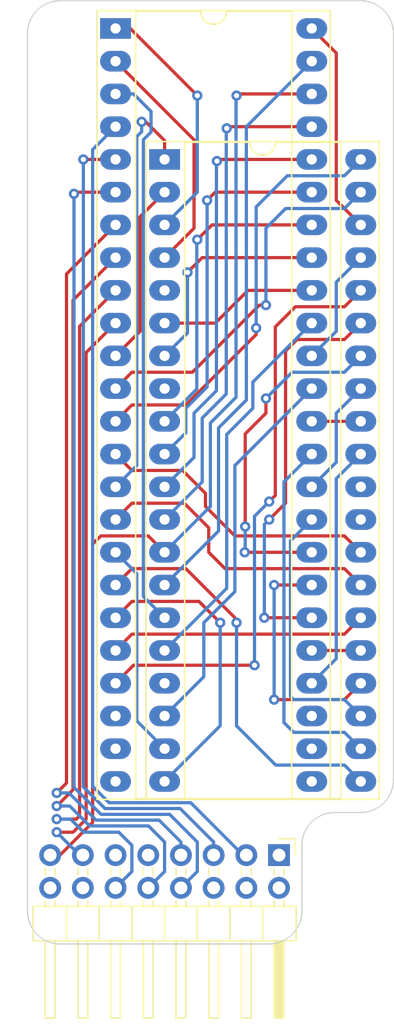
<source format=kicad_pcb>
(kicad_pcb (version 20221018) (generator pcbnew)
  (layers (0 "F.Cu" signal) (31 "B.Cu" signal) (34 "B.Paste" user) (35 "F.Paste" user) (36 "B.SilkS" user "B.Silkscreen") (37 "F.SilkS" user "F.Silkscreen") (38 "B.Mask" user) (39 "F.Mask" user) (44 "Edge.Cuts" user))
  (net 0 "")
  (net 1 "E01")
  (net 2 "E02")
  (net 3 "E03")
  (net 4 "E04")
  (net 5 "E05")
  (net 6 "E06")
  (net 7 "E07")
  (net 8 "E08")
  (net 9 "E09")
  (net 10 "E10")
  (net 11 "E11")
  (net 12 "E12")
  (net 13 "E13")
  (net 14 "E14")
  (net 15 "E15")
  (net 16 "E16")
  (net 17 "E17")
  (net 18 "E18")
  (net 19 "E19")
  (net 20 "E20")
  (net 21 "E21")
  (net 28 "E28")
  (net 29 "E29")
  (net 30 "E30")
  (net 31 "E31")
  (net 32 "E32")
  (net 33 "E33")
  (net 34 "E34")
  (net 35 "E35")
  (net 36 "E36")
  (net 37 "E37")
  (net 38 "E38")
  (net 39 "E39")
  (net 40 "E40")
  (net 41 "E41")
  (net 42 "E42")
  (net 43 "E43")
  (net 44 "E44")
  (net 45 "E45")
  (net 46 "E46")
  (net 47 "E47")
  (net 48 "E48")
  (footprint "Package_DIP:DIP-40_W15.24mm_Socket_LongPads" (layer "F.Cu") (at 147.066 70.993)
    (fp_text reference "J2")
    (fp_text value "To T48 socket")
    (fp_line (start -1.44 -1.39) (end -1.44 49.65) (stroke (width 0.12)) (layer "F.SilkS"))
    (fp_line (start -1.44 49.65) (end 16.68 49.65) (stroke (width 0.12)) (layer "F.SilkS"))
    (fp_line (start 1.56 -1.33) (end 1.56 49.59) (stroke (width 0.12)) (layer "F.SilkS"))
    (fp_line (start 1.56 49.59) (end 13.68 49.59) (stroke (width 0.12)) (layer "F.SilkS"))
    (fp_line (start 6.62 -1.33) (end 1.56 -1.33) (stroke (width 0.12)) (layer "F.SilkS"))
    (fp_line (start 13.68 -1.33) (end 8.62 -1.33) (stroke (width 0.12)) (layer "F.SilkS"))
    (fp_line (start 13.68 49.59) (end 13.68 -1.33) (stroke (width 0.12)) (layer "F.SilkS"))
    (fp_line (start 16.68 -1.39) (end -1.44 -1.39) (stroke (width 0.12)) (layer "F.SilkS"))
    (fp_line (start 16.68 49.65) (end 16.68 -1.39) (stroke (width 0.12)) (layer "F.SilkS"))
    (fp_arc (start 8.62 -1.33) (mid 7.62 -0.33) (end 6.62 -1.33) (stroke (width 0.12)) (layer "F.SilkS"))
    (pad "1" thru_hole rect (at 0 0) (size 2.4 1.6) (drill 0.8) (layers "*.Cu" "*.Mask") (net 15 "E15"))
    (pad "2" thru_hole oval (at 0 2.54) (size 2.4 1.6) (drill 0.8) (layers "*.Cu" "*.Mask") (net 11 "E11"))
    (pad "3" thru_hole oval (at 0 5.08) (size 2.4 1.6) (drill 0.8) (layers "*.Cu" "*.Mask") (net 1 "E01"))
    (pad "4" thru_hole oval (at 0 7.62) (size 2.4 1.6) (drill 0.8) (layers "*.Cu" "*.Mask") (net 2 "E02"))
    (pad "5" thru_hole oval (at 0 10.16) (size 2.4 1.6) (drill 0.8) (layers "*.Cu" "*.Mask"))
    (pad "6" thru_hole oval (at 0 12.7) (size 2.4 1.6) (drill 0.8) (layers "*.Cu" "*.Mask") (net 40 "E40"))
    (pad "7" thru_hole oval (at 0 15.24) (size 2.4 1.6) (drill 0.8) (layers "*.Cu" "*.Mask") (net 41 "E41"))
    (pad "8" thru_hole oval (at 0 17.78) (size 2.4 1.6) (drill 0.8) (layers "*.Cu" "*.Mask"))
    (pad "9" thru_hole oval (at 0 20.32) (size 2.4 1.6) (drill 0.8) (layers "*.Cu" "*.Mask") (net 42 "E42"))
    (pad "10" thru_hole oval (at 0 22.86) (size 2.4 1.6) (drill 0.8) (layers "*.Cu" "*.Mask") (net 43 "E43"))
    (pad "11" thru_hole oval (at 0 25.4) (size 2.4 1.6) (drill 0.8) (layers "*.Cu" "*.Mask") (net 44 "E44"))
    (pad "12" thru_hole oval (at 0 27.94) (size 2.4 1.6) (drill 0.8) (layers "*.Cu" "*.Mask") (net 45 "E45"))
    (pad "13" thru_hole oval (at 0 30.48) (size 2.4 1.6) (drill 0.8) (layers "*.Cu" "*.Mask") (net 46 "E46"))
    (pad "14" thru_hole oval (at 0 33.02) (size 2.4 1.6) (drill 0.8) (layers "*.Cu" "*.Mask") (net 47 "E47"))
    (pad "15" thru_hole oval (at 0 35.56) (size 2.4 1.6) (drill 0.8) (layers "*.Cu" "*.Mask") (net 3 "E03"))
    (pad "16" thru_hole oval (at 0 38.1) (size 2.4 1.6) (drill 0.8) (layers "*.Cu" "*.Mask") (net 39 "E39"))
    (pad "17" thru_hole oval (at 0 40.64) (size 2.4 1.6) (drill 0.8) (layers "*.Cu" "*.Mask"))
    (pad "18" thru_hole oval (at 0 43.18) (size 2.4 1.6) (drill 0.8) (layers "*.Cu" "*.Mask") (net 37 "E37"))
    (pad "19" thru_hole oval (at 0 45.72) (size 2.4 1.6) (drill 0.8) (layers "*.Cu" "*.Mask") (net 17 "E17"))
    (pad "20" thru_hole oval (at 0 48.26) (size 2.4 1.6) (drill 0.8) (layers "*.Cu" "*.Mask") (net 19 "E19"))
    (pad "21" thru_hole oval (at 15.24 48.26) (size 2.4 1.6) (drill 0.8) (layers "*.Cu" "*.Mask") (net 18 "E18"))
    (pad "22" thru_hole oval (at 15.24 45.72) (size 2.4 1.6) (drill 0.8) (layers "*.Cu" "*.Mask") (net 35 "E35"))
    (pad "23" thru_hole oval (at 15.24 43.18) (size 2.4 1.6) (drill 0.8) (layers "*.Cu" "*.Mask") (net 33 "E33"))
    (pad "24" thru_hole oval (at 15.24 40.64) (size 2.4 1.6) (drill 0.8) (layers "*.Cu" "*.Mask") (net 31 "E31"))
    (pad "25" thru_hole oval (at 15.24 38.1) (size 2.4 1.6) (drill 0.8) (layers "*.Cu" "*.Mask") (net 29 "E29"))
    (pad "26" thru_hole oval (at 15.24 35.56) (size 2.4 1.6) (drill 0.8) (layers "*.Cu" "*.Mask") (net 20 "E20"))
    (pad "27" thru_hole oval (at 15.24 33.02) (size 2.4 1.6) (drill 0.8) (layers "*.Cu" "*.Mask") (net 16 "E16"))
    (pad "28" thru_hole oval (at 15.24 30.48) (size 2.4 1.6) (drill 0.8) (layers "*.Cu" "*.Mask") (net 14 "E14"))
    (pad "29" thru_hole oval (at 15.24 27.94) (size 2.4 1.6) (drill 0.8) (layers "*.Cu" "*.Mask"))
    (pad "30" thru_hole oval (at 15.24 25.4) (size 2.4 1.6) (drill 0.8) (layers "*.Cu" "*.Mask"))
    (pad "31" thru_hole oval (at 15.24 22.86) (size 2.4 1.6) (drill 0.8) (layers "*.Cu" "*.Mask") (net 28 "E28"))
    (pad "32" thru_hole oval (at 15.24 20.32) (size 2.4 1.6) (drill 0.8) (layers "*.Cu" "*.Mask") (net 36 "E36"))
    (pad "33" thru_hole oval (at 15.24 17.78) (size 2.4 1.6) (drill 0.8) (layers "*.Cu" "*.Mask") (net 34 "E34"))
    (pad "34" thru_hole oval (at 15.24 15.24) (size 2.4 1.6) (drill 0.8) (layers "*.Cu" "*.Mask") (net 32 "E32"))
    (pad "35" thru_hole oval (at 15.24 12.7) (size 2.4 1.6) (drill 0.8) (layers "*.Cu" "*.Mask") (net 30 "E30"))
    (pad "36" thru_hole oval (at 15.24 10.16) (size 2.4 1.6) (drill 0.8) (layers "*.Cu" "*.Mask") (net 21 "E21"))
    (pad "37" thru_hole oval (at 15.24 7.62) (size 2.4 1.6) (drill 0.8) (layers "*.Cu" "*.Mask") (net 38 "E38"))
    (pad "38" thru_hole oval (at 15.24 5.08) (size 2.4 1.6) (drill 0.8) (layers "*.Cu" "*.Mask") (net 48 "E48"))
    (pad "39" thru_hole oval (at 15.24 2.54) (size 2.4 1.6) (drill 0.8) (layers "*.Cu" "*.Mask") (net 12 "E12"))
    (pad "40" thru_hole oval (at 15.24 0) (size 2.4 1.6) (drill 0.8) (layers "*.Cu" "*.Mask") (net 13 "E13"))
  )
  (footprint "Package_DIP:DIP-48_W15.24mm_Socket_LongPads" (layer "F.Cu") (at 143.256 60.833)
    (fp_text reference "J1")
    (fp_text value "EPROM")
    (fp_line (start -1.44 -1.39) (end -1.44 59.81) (stroke (width 0.12)) (layer "F.SilkS"))
    (fp_line (start -1.44 59.81) (end 16.68 59.81) (stroke (width 0.12)) (layer "F.SilkS"))
    (fp_line (start 1.56 -1.33) (end 1.56 59.75) (stroke (width 0.12)) (layer "F.SilkS"))
    (fp_line (start 1.56 59.75) (end 13.68 59.75) (stroke (width 0.12)) (layer "F.SilkS"))
    (fp_line (start 6.62 -1.33) (end 1.56 -1.33) (stroke (width 0.12)) (layer "F.SilkS"))
    (fp_line (start 13.68 -1.33) (end 8.62 -1.33) (stroke (width 0.12)) (layer "F.SilkS"))
    (fp_line (start 13.68 59.75) (end 13.68 -1.33) (stroke (width 0.12)) (layer "F.SilkS"))
    (fp_line (start 16.68 -1.39) (end -1.44 -1.39) (stroke (width 0.12)) (layer "F.SilkS"))
    (fp_line (start 16.68 59.81) (end 16.68 -1.39) (stroke (width 0.12)) (layer "F.SilkS"))
    (fp_arc (start 8.62 -1.33) (mid 7.62 -0.33) (end 6.62 -1.33) (stroke (width 0.12)) (layer "F.SilkS"))
    (pad "1" thru_hole rect (at 0 0) (size 2.4 1.6) (drill 0.8) (layers "*.Cu" "*.Mask") (net 1 "E01"))
    (pad "2" thru_hole oval (at 0 2.54) (size 2.4 1.6) (drill 0.8) (layers "*.Cu" "*.Mask") (net 2 "E02"))
    (pad "3" thru_hole oval (at 0 5.08) (size 2.4 1.6) (drill 0.8) (layers "*.Cu" "*.Mask") (net 3 "E03"))
    (pad "4" thru_hole oval (at 0 7.62) (size 2.4 1.6) (drill 0.8) (layers "*.Cu" "*.Mask") (net 4 "E04"))
    (pad "5" thru_hole oval (at 0 10.16) (size 2.4 1.6) (drill 0.8) (layers "*.Cu" "*.Mask") (net 5 "E05"))
    (pad "6" thru_hole oval (at 0 12.7) (size 2.4 1.6) (drill 0.8) (layers "*.Cu" "*.Mask") (net 6 "E06"))
    (pad "7" thru_hole oval (at 0 15.24) (size 2.4 1.6) (drill 0.8) (layers "*.Cu" "*.Mask") (net 7 "E07"))
    (pad "8" thru_hole oval (at 0 17.78) (size 2.4 1.6) (drill 0.8) (layers "*.Cu" "*.Mask") (net 8 "E08"))
    (pad "9" thru_hole oval (at 0 20.32) (size 2.4 1.6) (drill 0.8) (layers "*.Cu" "*.Mask") (net 9 "E09"))
    (pad "10" thru_hole oval (at 0 22.86) (size 2.4 1.6) (drill 0.8) (layers "*.Cu" "*.Mask") (net 10 "E10"))
    (pad "11" thru_hole oval (at 0 25.4) (size 2.4 1.6) (drill 0.8) (layers "*.Cu" "*.Mask") (net 11 "E11"))
    (pad "12" thru_hole oval (at 0 27.94) (size 2.4 1.6) (drill 0.8) (layers "*.Cu" "*.Mask") (net 12 "E12"))
    (pad "13" thru_hole oval (at 0 30.48) (size 2.4 1.6) (drill 0.8) (layers "*.Cu" "*.Mask") (net 13 "E13"))
    (pad "14" thru_hole oval (at 0 33.02) (size 2.4 1.6) (drill 0.8) (layers "*.Cu" "*.Mask") (net 14 "E14"))
    (pad "15" thru_hole oval (at 0 35.56) (size 2.4 1.6) (drill 0.8) (layers "*.Cu" "*.Mask") (net 15 "E15"))
    (pad "16" thru_hole oval (at 0 38.1) (size 2.4 1.6) (drill 0.8) (layers "*.Cu" "*.Mask") (net 16 "E16"))
    (pad "17" thru_hole oval (at 0 40.64) (size 2.4 1.6) (drill 0.8) (layers "*.Cu" "*.Mask") (net 17 "E17"))
    (pad "18" thru_hole oval (at 0 43.18) (size 2.4 1.6) (drill 0.8) (layers "*.Cu" "*.Mask") (net 18 "E18"))
    (pad "19" thru_hole oval (at 0 45.72) (size 2.4 1.6) (drill 0.8) (layers "*.Cu" "*.Mask") (net 19 "E19"))
    (pad "20" thru_hole oval (at 0 48.26) (size 2.4 1.6) (drill 0.8) (layers "*.Cu" "*.Mask") (net 20 "E20"))
    (pad "21" thru_hole oval (at 0 50.8) (size 2.4 1.6) (drill 0.8) (layers "*.Cu" "*.Mask") (net 21 "E21"))
    (pad "22" thru_hole oval (at 0 53.34) (size 2.4 1.6) (drill 0.8) (layers "*.Cu" "*.Mask"))
    (pad "23" thru_hole oval (at 0 55.88) (size 2.4 1.6) (drill 0.8) (layers "*.Cu" "*.Mask"))
    (pad "24" thru_hole oval (at 0 58.42) (size 2.4 1.6) (drill 0.8) (layers "*.Cu" "*.Mask"))
    (pad "25" thru_hole oval (at 15.24 58.42) (size 2.4 1.6) (drill 0.8) (layers "*.Cu" "*.Mask"))
    (pad "26" thru_hole oval (at 15.24 55.88) (size 2.4 1.6) (drill 0.8) (layers "*.Cu" "*.Mask"))
    (pad "27" thru_hole oval (at 15.24 53.34) (size 2.4 1.6) (drill 0.8) (layers "*.Cu" "*.Mask"))
    (pad "28" thru_hole oval (at 15.24 50.8) (size 2.4 1.6) (drill 0.8) (layers "*.Cu" "*.Mask") (net 28 "E28"))
    (pad "29" thru_hole oval (at 15.24 48.26) (size 2.4 1.6) (drill 0.8) (layers "*.Cu" "*.Mask") (net 29 "E29"))
    (pad "30" thru_hole oval (at 15.24 45.72) (size 2.4 1.6) (drill 0.8) (layers "*.Cu" "*.Mask") (net 30 "E30"))
    (pad "31" thru_hole oval (at 15.24 43.18) (size 2.4 1.6) (drill 0.8) (layers "*.Cu" "*.Mask") (net 31 "E31"))
    (pad "32" thru_hole oval (at 15.24 40.64) (size 2.4 1.6) (drill 0.8) (layers "*.Cu" "*.Mask") (net 32 "E32"))
    (pad "33" thru_hole oval (at 15.24 38.1) (size 2.4 1.6) (drill 0.8) (layers "*.Cu" "*.Mask") (net 33 "E33"))
    (pad "34" thru_hole oval (at 15.24 35.56) (size 2.4 1.6) (drill 0.8) (layers "*.Cu" "*.Mask") (net 34 "E34"))
    (pad "35" thru_hole oval (at 15.24 33.02) (size 2.4 1.6) (drill 0.8) (layers "*.Cu" "*.Mask") (net 35 "E35"))
    (pad "36" thru_hole oval (at 15.24 30.48) (size 2.4 1.6) (drill 0.8) (layers "*.Cu" "*.Mask") (net 36 "E36"))
    (pad "37" thru_hole oval (at 15.24 27.94) (size 2.4 1.6) (drill 0.8) (layers "*.Cu" "*.Mask") (net 37 "E37"))
    (pad "38" thru_hole oval (at 15.24 25.4) (size 2.4 1.6) (drill 0.8) (layers "*.Cu" "*.Mask") (net 38 "E38"))
    (pad "39" thru_hole oval (at 15.24 22.86) (size 2.4 1.6) (drill 0.8) (layers "*.Cu" "*.Mask") (net 39 "E39"))
    (pad "40" thru_hole oval (at 15.24 20.32) (size 2.4 1.6) (drill 0.8) (layers "*.Cu" "*.Mask") (net 40 "E40"))
    (pad "41" thru_hole oval (at 15.24 17.78) (size 2.4 1.6) (drill 0.8) (layers "*.Cu" "*.Mask") (net 41 "E41"))
    (pad "42" thru_hole oval (at 15.24 15.24) (size 2.4 1.6) (drill 0.8) (layers "*.Cu" "*.Mask") (net 42 "E42"))
    (pad "43" thru_hole oval (at 15.24 12.7) (size 2.4 1.6) (drill 0.8) (layers "*.Cu" "*.Mask") (net 43 "E43"))
    (pad "44" thru_hole oval (at 15.24 10.16) (size 2.4 1.6) (drill 0.8) (layers "*.Cu" "*.Mask") (net 44 "E44"))
    (pad "45" thru_hole oval (at 15.24 7.62) (size 2.4 1.6) (drill 0.8) (layers "*.Cu" "*.Mask") (net 45 "E45"))
    (pad "46" thru_hole oval (at 15.24 5.08) (size 2.4 1.6) (drill 0.8) (layers "*.Cu" "*.Mask") (net 46 "E46"))
    (pad "47" thru_hole oval (at 15.24 2.54) (size 2.4 1.6) (drill 0.8) (layers "*.Cu" "*.Mask") (net 47 "E47"))
    (pad "48" thru_hole oval (at 15.24 0) (size 2.4 1.6) (drill 0.8) (layers "*.Cu" "*.Mask") (net 48 "E48"))
  )
  (footprint "Connector_PinHeader_2.54mm:PinHeader_2x08_P2.54mm_Horizontal" (layer "F.Cu") (at 155.956 124.968 -90)
    (fp_text reference "J3")
    (fp_text value "To T48 ribbon")
    (fp_line (start -1.27 -1.27) (end 0 -1.27) (stroke (width 0.12)) (layer "F.SilkS"))
    (fp_line (start -1.27 0) (end -1.27 -1.27) (stroke (width 0.12)) (layer "F.SilkS"))
    (fp_line (start 1.042929 2.16) (end 1.497071 2.16) (stroke (width 0.12)) (layer "F.SilkS"))
    (fp_line (start 1.042929 2.92) (end 1.497071 2.92) (stroke (width 0.12)) (layer "F.SilkS"))
    (fp_line (start 1.042929 4.7) (end 1.497071 4.7) (stroke (width 0.12)) (layer "F.SilkS"))
    (fp_line (start 1.042929 5.46) (end 1.497071 5.46) (stroke (width 0.12)) (layer "F.SilkS"))
    (fp_line (start 1.042929 7.24) (end 1.497071 7.24) (stroke (width 0.12)) (layer "F.SilkS"))
    (fp_line (start 1.042929 8) (end 1.497071 8) (stroke (width 0.12)) (layer "F.SilkS"))
    (fp_line (start 1.042929 9.78) (end 1.497071 9.78) (stroke (width 0.12)) (layer "F.SilkS"))
    (fp_line (start 1.042929 10.54) (end 1.497071 10.54) (stroke (width 0.12)) (layer "F.SilkS"))
    (fp_line (start 1.042929 12.32) (end 1.497071 12.32) (stroke (width 0.12)) (layer "F.SilkS"))
    (fp_line (start 1.042929 13.08) (end 1.497071 13.08) (stroke (width 0.12)) (layer "F.SilkS"))
    (fp_line (start 1.042929 14.86) (end 1.497071 14.86) (stroke (width 0.12)) (layer "F.SilkS"))
    (fp_line (start 1.042929 15.62) (end 1.497071 15.62) (stroke (width 0.12)) (layer "F.SilkS"))
    (fp_line (start 1.042929 17.4) (end 1.497071 17.4) (stroke (width 0.12)) (layer "F.SilkS"))
    (fp_line (start 1.042929 18.16) (end 1.497071 18.16) (stroke (width 0.12)) (layer "F.SilkS"))
    (fp_line (start 1.11 -0.38) (end 1.497071 -0.38) (stroke (width 0.12)) (layer "F.SilkS"))
    (fp_line (start 1.11 0.38) (end 1.497071 0.38) (stroke (width 0.12)) (layer "F.SilkS"))
    (fp_line (start 3.582929 -0.38) (end 3.98 -0.38) (stroke (width 0.12)) (layer "F.SilkS"))
    (fp_line (start 3.582929 0.38) (end 3.98 0.38) (stroke (width 0.12)) (layer "F.SilkS"))
    (fp_line (start 3.582929 2.16) (end 3.98 2.16) (stroke (width 0.12)) (layer "F.SilkS"))
    (fp_line (start 3.582929 2.92) (end 3.98 2.92) (stroke (width 0.12)) (layer "F.SilkS"))
    (fp_line (start 3.582929 4.7) (end 3.98 4.7) (stroke (width 0.12)) (layer "F.SilkS"))
    (fp_line (start 3.582929 5.46) (end 3.98 5.46) (stroke (width 0.12)) (layer "F.SilkS"))
    (fp_line (start 3.582929 7.24) (end 3.98 7.24) (stroke (width 0.12)) (layer "F.SilkS"))
    (fp_line (start 3.582929 8) (end 3.98 8) (stroke (width 0.12)) (layer "F.SilkS"))
    (fp_line (start 3.582929 9.78) (end 3.98 9.78) (stroke (width 0.12)) (layer "F.SilkS"))
    (fp_line (start 3.582929 10.54) (end 3.98 10.54) (stroke (width 0.12)) (layer "F.SilkS"))
    (fp_line (start 3.582929 12.32) (end 3.98 12.32) (stroke (width 0.12)) (layer "F.SilkS"))
    (fp_line (start 3.582929 13.08) (end 3.98 13.08) (stroke (width 0.12)) (layer "F.SilkS"))
    (fp_line (start 3.582929 14.86) (end 3.98 14.86) (stroke (width 0.12)) (layer "F.SilkS"))
    (fp_line (start 3.582929 15.62) (end 3.98 15.62) (stroke (width 0.12)) (layer "F.SilkS"))
    (fp_line (start 3.582929 17.4) (end 3.98 17.4) (stroke (width 0.12)) (layer "F.SilkS"))
    (fp_line (start 3.582929 18.16) (end 3.98 18.16) (stroke (width 0.12)) (layer "F.SilkS"))
    (fp_line (start 3.98 -1.33) (end 3.98 19.11) (stroke (width 0.12)) (layer "F.SilkS"))
    (fp_line (start 3.98 1.27) (end 6.64 1.27) (stroke (width 0.12)) (layer "F.SilkS"))
    (fp_line (start 3.98 3.81) (end 6.64 3.81) (stroke (width 0.12)) (layer "F.SilkS"))
    (fp_line (start 3.98 6.35) (end 6.64 6.35) (stroke (width 0.12)) (layer "F.SilkS"))
    (fp_line (start 3.98 8.89) (end 6.64 8.89) (stroke (width 0.12)) (layer "F.SilkS"))
    (fp_line (start 3.98 11.43) (end 6.64 11.43) (stroke (width 0.12)) (layer "F.SilkS"))
    (fp_line (start 3.98 13.97) (end 6.64 13.97) (stroke (width 0.12)) (layer "F.SilkS"))
    (fp_line (start 3.98 16.51) (end 6.64 16.51) (stroke (width 0.12)) (layer "F.SilkS"))
    (fp_line (start 3.98 19.11) (end 6.64 19.11) (stroke (width 0.12)) (layer "F.SilkS"))
    (fp_line (start 6.64 -1.33) (end 3.98 -1.33) (stroke (width 0.12)) (layer "F.SilkS"))
    (fp_line (start 6.64 -0.38) (end 12.64 -0.38) (stroke (width 0.12)) (layer "F.SilkS"))
    (fp_line (start 6.64 -0.32) (end 12.64 -0.32) (stroke (width 0.12)) (layer "F.SilkS"))
    (fp_line (start 6.64 -0.2) (end 12.64 -0.2) (stroke (width 0.12)) (layer "F.SilkS"))
    (fp_line (start 6.64 -0.08) (end 12.64 -0.08) (stroke (width 0.12)) (layer "F.SilkS"))
    (fp_line (start 6.64 0.04) (end 12.64 0.04) (stroke (width 0.12)) (layer "F.SilkS"))
    (fp_line (start 6.64 0.16) (end 12.64 0.16) (stroke (width 0.12)) (layer "F.SilkS"))
    (fp_line (start 6.64 0.28) (end 12.64 0.28) (stroke (width 0.12)) (layer "F.SilkS"))
    (fp_line (start 6.64 2.16) (end 12.64 2.16) (stroke (width 0.12)) (layer "F.SilkS"))
    (fp_line (start 6.64 4.7) (end 12.64 4.7) (stroke (width 0.12)) (layer "F.SilkS"))
    (fp_line (start 6.64 7.24) (end 12.64 7.24) (stroke (width 0.12)) (layer "F.SilkS"))
    (fp_line (start 6.64 9.78) (end 12.64 9.78) (stroke (width 0.12)) (layer "F.SilkS"))
    (fp_line (start 6.64 12.32) (end 12.64 12.32) (stroke (width 0.12)) (layer "F.SilkS"))
    (fp_line (start 6.64 14.86) (end 12.64 14.86) (stroke (width 0.12)) (layer "F.SilkS"))
    (fp_line (start 6.64 17.4) (end 12.64 17.4) (stroke (width 0.12)) (layer "F.SilkS"))
    (fp_line (start 6.64 19.11) (end 6.64 -1.33) (stroke (width 0.12)) (layer "F.SilkS"))
    (fp_line (start 12.64 -0.38) (end 12.64 0.38) (stroke (width 0.12)) (layer "F.SilkS"))
    (fp_line (start 12.64 0.38) (end 6.64 0.38) (stroke (width 0.12)) (layer "F.SilkS"))
    (fp_line (start 12.64 2.16) (end 12.64 2.92) (stroke (width 0.12)) (layer "F.SilkS"))
    (fp_line (start 12.64 2.92) (end 6.64 2.92) (stroke (width 0.12)) (layer "F.SilkS"))
    (fp_line (start 12.64 4.7) (end 12.64 5.46) (stroke (width 0.12)) (layer "F.SilkS"))
    (fp_line (start 12.64 5.46) (end 6.64 5.46) (stroke (width 0.12)) (layer "F.SilkS"))
    (fp_line (start 12.64 7.24) (end 12.64 8) (stroke (width 0.12)) (layer "F.SilkS"))
    (fp_line (start 12.64 8) (end 6.64 8) (stroke (width 0.12)) (layer "F.SilkS"))
    (fp_line (start 12.64 9.78) (end 12.64 10.54) (stroke (width 0.12)) (layer "F.SilkS"))
    (fp_line (start 12.64 10.54) (end 6.64 10.54) (stroke (width 0.12)) (layer "F.SilkS"))
    (fp_line (start 12.64 12.32) (end 12.64 13.08) (stroke (width 0.12)) (layer "F.SilkS"))
    (fp_line (start 12.64 13.08) (end 6.64 13.08) (stroke (width 0.12)) (layer "F.SilkS"))
    (fp_line (start 12.64 14.86) (end 12.64 15.62) (stroke (width 0.12)) (layer "F.SilkS"))
    (fp_line (start 12.64 15.62) (end 6.64 15.62) (stroke (width 0.12)) (layer "F.SilkS"))
    (fp_line (start 12.64 17.4) (end 12.64 18.16) (stroke (width 0.12)) (layer "F.SilkS"))
    (fp_line (start 12.64 18.16) (end 6.64 18.16) (stroke (width 0.12)) (layer "F.SilkS"))
    (pad "1" thru_hole rect (at 0 0 270) (size 1.7 1.7) (drill 1) (layers "*.Cu" "*.Mask"))
    (pad "2" thru_hole oval (at 2.54 0 270) (size 1.7 1.7) (drill 1) (layers "*.Cu" "*.Mask"))
    (pad "3" thru_hole oval (at 0 2.54 270) (size 1.7 1.7) (drill 1) (layers "*.Cu" "*.Mask") (net 4 "E04"))
    (pad "4" thru_hole oval (at 2.54 2.54 270) (size 1.7 1.7) (drill 1) (layers "*.Cu" "*.Mask"))
    (pad "5" thru_hole oval (at 0 5.08 270) (size 1.7 1.7) (drill 1) (layers "*.Cu" "*.Mask") (net 5 "E05"))
    (pad "6" thru_hole oval (at 2.54 5.08 270) (size 1.7 1.7) (drill 1) (layers "*.Cu" "*.Mask"))
    (pad "7" thru_hole oval (at 0 7.62 270) (size 1.7 1.7) (drill 1) (layers "*.Cu" "*.Mask") (net 7 "E07"))
    (pad "8" thru_hole oval (at 2.54 7.62 270) (size 1.7 1.7) (drill 1) (layers "*.Cu" "*.Mask") (net 6 "E06"))
    (pad "9" thru_hole oval (at 0 10.16 270) (size 1.7 1.7) (drill 1) (layers "*.Cu" "*.Mask"))
    (pad "10" thru_hole oval (at 2.54 10.16 270) (size 1.7 1.7) (drill 1) (layers "*.Cu" "*.Mask") (net 8 "E08"))
    (pad "11" thru_hole oval (at 0 12.7 270) (size 1.7 1.7) (drill 1) (layers "*.Cu" "*.Mask"))
    (pad "12" thru_hole oval (at 2.54 12.7 270) (size 1.7 1.7) (drill 1) (layers "*.Cu" "*.Mask") (net 9 "E09"))
    (pad "13" thru_hole oval (at 0 15.24 270) (size 1.7 1.7) (drill 1) (layers "*.Cu" "*.Mask") (net 10 "E10"))
    (pad "14" thru_hole oval (at 2.54 15.24 270) (size 1.7 1.7) (drill 1) (layers "*.Cu" "*.Mask"))
    (pad "15" thru_hole oval (at 0 17.78 270) (size 1.7 1.7) (drill 1) (layers "*.Cu" "*.Mask") (net 46 "E46"))
    (pad "16" thru_hole oval (at 2.54 17.78 270) (size 1.7 1.7) (drill 1) (layers "*.Cu" "*.Mask"))
  )
  (gr_line (start 138.974104 58.674) (end 162.275184 58.674) (stroke (width 0.1)) (layer "Edge.Cuts"))
  (gr_arc (start 138.956052 131.8621) (mid 137.160001 131.118151) (end 136.416052 129.3221) (stroke (width 0.1)) (layer "Edge.Cuts"))
  (gr_arc (start 157.734002 124.206) (mid 158.477951 122.409949) (end 160.274002 121.666) (stroke (width 0.1)) (layer "Edge.Cuts"))
  (gr_arc (start 157.734 129.286) (mid 156.979477 131.107578) (end 155.157898 131.8621) (stroke (width 0.1)) (layer "Edge.Cuts"))
  (gr_arc (start 164.846 119.107948) (mid 164.096764 120.916764) (end 162.287948 121.666) (stroke (width 0.1)) (layer "Edge.Cuts"))
  (gr_line (start 155.157898 131.8621) (end 138.956052 131.8621) (stroke (width 0.1)) (layer "Edge.Cuts"))
  (gr_line (start 136.416052 129.3221) (end 136.416052 61.232052) (stroke (width 0.1)) (layer "Edge.Cuts"))
  (gr_arc (start 136.416052 61.232052) (mid 137.165288 59.423236) (end 138.974104 58.674) (stroke (width 0.1)) (layer "Edge.Cuts"))
  (gr_line (start 157.734002 124.206) (end 157.734002 129.286) (stroke (width 0.1)) (layer "Edge.Cuts"))
  (gr_arc (start 162.275184 58.674) (mid 164.093025 59.426975) (end 164.846 61.244816) (stroke (width 0.1)) (layer "Edge.Cuts"))
  (gr_line (start 162.287948 121.666) (end 160.274002 121.666) (stroke (width 0.1)) (layer "Edge.Cuts"))
  (gr_line (start 164.846 61.244816) (end 164.846 119.107948) (stroke (width 0.1)) (layer "Edge.Cuts"))
  (segment (start 143.256 60.833) (end 144.399 60.833) (width 0.25) (layer "F.Cu") (net 1))
  (segment (start 144.399 60.833) (end 149.606 66.04) (width 0.25) (layer "F.Cu") (net 1))
  (via (at 149.606 66.04) (size 0.8) (drill 0.4) (layers "F.Cu" "B.Cu") (net 1))
  (segment (start 149.606 73.533) (end 147.066 76.073) (width 0.25) (layer "B.Cu") (net 1))
  (segment (start 149.606 66.04) (end 149.606 73.533) (width 0.25) (layer "B.Cu") (net 1))
  (segment (start 149.352 69.469) (end 149.352 76.327) (width 0.25) (layer "F.Cu") (net 2))
  (segment (start 143.256 63.373) (end 149.352 69.469) (width 0.25) (layer "F.Cu") (net 2))
  (segment (start 149.352 76.327) (end 147.066 78.613) (width 0.25) (layer "F.Cu") (net 2))
  (segment (start 146.013 68.871) (end 146.013 67.268347) (width 0.25) (layer "B.Cu") (net 3))
  (segment (start 146.013 67.268347) (end 144.657653 65.913) (width 0.25) (layer "B.Cu") (net 3))
  (segment (start 147.066 106.553) (end 145.415 104.902) (width 0.25) (layer "B.Cu") (net 3))
  (segment (start 145.415 104.902) (end 145.415 69.469) (width 0.25) (layer "B.Cu") (net 3))
  (segment (start 145.415 69.469) (end 146.013 68.871) (width 0.25) (layer "B.Cu") (net 3))
  (segment (start 144.657653 65.913) (end 143.256 65.913) (width 0.25) (layer "B.Cu") (net 3))
  (segment (start 142.875 68.834) (end 143.256 68.453) (width 0.25) (layer "F.Cu") (net 4))
  (segment (start 142.24 68.834) (end 142.875 68.834) (width 0.25) (layer "F.Cu") (net 4))
  (segment (start 143.256 68.453) (end 141.478 70.231) (width 0.25) (layer "B.Cu") (net 4))
  (segment (start 142.748 120.904) (end 149.098 120.904) (width 0.25) (layer "B.Cu") (net 4))
  (segment (start 153.162 124.968) (end 153.416 124.968) (width 0.25) (layer "B.Cu") (net 4))
  (segment (start 141.478 119.634) (end 142.748 120.904) (width 0.25) (layer "B.Cu") (net 4))
  (segment (start 149.098 120.904) (end 153.162 124.968) (width 0.25) (layer "B.Cu") (net 4))
  (segment (start 141.478 70.231) (end 141.478 119.634) (width 0.25) (layer "B.Cu") (net 4))
  (segment (start 140.7535 70.993) (end 143.256 70.993) (width 0.25) (layer "F.Cu") (net 5))
  (via (at 140.7535 70.993) (size 0.8) (drill 0.4) (layers "F.Cu" "B.Cu") (net 5))
  (segment (start 140.7535 70.993) (end 140.7535 119.6715) (width 0.25) (layer "B.Cu") (net 5))
  (segment (start 150.876 123.952) (end 150.876 124.968) (width 0.25) (layer "B.Cu") (net 5))
  (segment (start 140.7535 119.6715) (end 142.436 121.354) (width 0.25) (layer "B.Cu") (net 5))
  (segment (start 148.278 121.354) (end 150.876 123.952) (width 0.25) (layer "B.Cu") (net 5))
  (segment (start 142.436 121.354) (end 148.278 121.354) (width 0.25) (layer "B.Cu") (net 5))
  (segment (start 140.029 73.66) (end 140.156 73.533) (width 0.25) (layer "F.Cu") (net 6))
  (segment (start 140.156 73.533) (end 143.256 73.533) (width 0.25) (layer "F.Cu") (net 6))
  (via (at 140.029 73.66) (size 0.8) (drill 0.4) (layers "F.Cu" "B.Cu") (net 6))
  (segment (start 140.029 119.709) (end 142.124 121.804) (width 0.25) (layer "B.Cu") (net 6))
  (segment (start 149.606 123.952) (end 149.606 126.238) (width 0.25) (layer "B.Cu") (net 6))
  (segment (start 140.029 73.66) (end 140.029 119.709) (width 0.25) (layer "B.Cu") (net 6))
  (segment (start 149.606 126.238) (end 148.336 127.508) (width 0.25) (layer "B.Cu") (net 6))
  (segment (start 147.458 121.804) (end 149.606 123.952) (width 0.25) (layer "B.Cu") (net 6))
  (segment (start 142.124 121.804) (end 147.458 121.804) (width 0.25) (layer "B.Cu") (net 6))
  (segment (start 138.684 120.142) (end 139.446 119.38) (width 0.25) (layer "F.Cu") (net 7))
  (segment (start 139.446 79.883) (end 143.256 76.073) (width 0.25) (layer "F.Cu") (net 7))
  (segment (start 139.446 119.38) (end 139.446 79.883) (width 0.25) (layer "F.Cu") (net 7))
  (via (at 138.684 120.142) (size 0.8) (drill 0.4) (layers "F.Cu" "B.Cu") (net 7))
  (segment (start 138.684 120.142) (end 139.635802 120.142) (width 0.25) (layer "B.Cu") (net 7))
  (segment (start 146.638 122.254) (end 148.336 123.952) (width 0.25) (layer "B.Cu") (net 7))
  (segment (start 148.336 123.952) (end 148.336 124.968) (width 0.25) (layer "B.Cu") (net 7))
  (segment (start 141.747802 122.254) (end 146.638 122.254) (width 0.25) (layer "B.Cu") (net 7))
  (segment (start 139.635802 120.142) (end 141.747802 122.254) (width 0.25) (layer "B.Cu") (net 7))
  (segment (start 138.684 121.158) (end 138.693305 121.158) (width 0.25) (layer "F.Cu") (net 8))
  (segment (start 138.693305 121.158) (end 139.954 119.897305) (width 0.25) (layer "F.Cu") (net 8))
  (segment (start 139.954 81.915) (end 143.256 78.613) (width 0.25) (layer "F.Cu") (net 8))
  (segment (start 139.954 119.897305) (end 139.954 81.915) (width 0.25) (layer "F.Cu") (net 8))
  (via (at 138.684 121.158) (size 0.8) (drill 0.4) (layers "F.Cu" "B.Cu") (net 8))
  (segment (start 138.684 121.158) (end 139.7 121.158) (width 0.25) (layer "B.Cu") (net 8))
  (segment (start 147.066 123.952) (end 147.066 126.238) (width 0.25) (layer "B.Cu") (net 8))
  (segment (start 145.818 122.704) (end 147.066 123.952) (width 0.25) (layer "B.Cu") (net 8))
  (segment (start 147.066 126.238) (end 145.796 127.508) (width 0.25) (layer "B.Cu") (net 8))
  (segment (start 141.246 122.704) (end 145.818 122.704) (width 0.25) (layer "B.Cu") (net 8))
  (segment (start 139.7 121.158) (end 141.246 122.704) (width 0.25) (layer "B.Cu") (net 8))
  (segment (start 140.462 83.947) (end 143.256 81.153) (width 0.25) (layer "F.Cu") (net 9))
  (segment (start 140.462 121.92) (end 140.462 83.947) (width 0.25) (layer "F.Cu") (net 9))
  (segment (start 138.684 122.174) (end 140.208 122.174) (width 0.25) (layer "F.Cu") (net 9))
  (segment (start 140.208 122.174) (end 140.462 121.92) (width 0.25) (layer "F.Cu") (net 9))
  (via (at 138.684 122.174) (size 0.8) (drill 0.4) (layers "F.Cu" "B.Cu") (net 9))
  (segment (start 144.526 124.206) (end 144.526 126.238) (width 0.25) (layer "B.Cu") (net 9))
  (segment (start 138.684 122.174) (end 139.7635 122.174) (width 0.25) (layer "B.Cu") (net 9))
  (segment (start 143.51 123.19) (end 144.526 124.206) (width 0.25) (layer "B.Cu") (net 9))
  (segment (start 139.7635 122.174) (end 140.7795 123.19) (width 0.25) (layer "B.Cu") (net 9))
  (segment (start 140.7795 123.19) (end 143.51 123.19) (width 0.25) (layer "B.Cu") (net 9))
  (segment (start 144.526 126.238) (end 143.256 127.508) (width 0.25) (layer "B.Cu") (net 9))
  (segment (start 138.684 123.19) (end 139.954 123.19) (width 0.25) (layer "F.Cu") (net 10))
  (segment (start 140.97 122.174) (end 140.97 85.979) (width 0.25) (layer "F.Cu") (net 10))
  (segment (start 139.954 123.19) (end 140.97 122.174) (width 0.25) (layer "F.Cu") (net 10))
  (segment (start 140.97 85.979) (end 143.256 83.693) (width 0.25) (layer "F.Cu") (net 10))
  (via (at 138.684 123.19) (size 0.8) (drill 0.4) (layers "F.Cu" "B.Cu") (net 10))
  (segment (start 138.684 123.19) (end 140.462 124.968) (width 0.25) (layer "B.Cu") (net 10))
  (segment (start 140.462 124.968) (end 140.716 124.968) (width 0.25) (layer "B.Cu") (net 10))
  (segment (start 143.256 86.233) (end 145.161 84.328) (width 0.25) (layer "F.Cu") (net 11))
  (segment (start 145.161 75.438) (end 147.066 73.533) (width 0.25) (layer "F.Cu") (net 11))
  (segment (start 145.161 84.328) (end 145.161 75.438) (width 0.25) (layer "F.Cu") (net 11))
  (segment (start 144.526 87.503) (end 143.256 88.773) (width 0.25) (layer "F.Cu") (net 12))
  (segment (start 154.94 82.296) (end 154.432 82.296) (width 0.25) (layer "F.Cu") (net 12))
  (segment (start 149.225 87.503) (end 144.526 87.503) (width 0.25) (layer "F.Cu") (net 12))
  (segment (start 154.432 82.296) (end 149.225 87.503) (width 0.25) (layer "F.Cu") (net 12))
  (via (at 154.94 82.296) (size 0.8) (drill 0.4) (layers "F.Cu" "B.Cu") (net 12))
  (segment (start 154.94 82.296) (end 154.94 76.327) (width 0.25) (layer "B.Cu") (net 12))
  (segment (start 156.464 74.803) (end 161.036 74.803) (width 0.25) (layer "B.Cu") (net 12))
  (segment (start 161.036 74.803) (end 162.306 73.533) (width 0.25) (layer "B.Cu") (net 12))
  (segment (start 154.94 76.327) (end 156.464 74.803) (width 0.25) (layer "B.Cu") (net 12))
  (segment (start 144.526 90.043) (end 143.256 91.313) (width 0.25) (layer "F.Cu") (net 13))
  (segment (start 154.178 84.074) (end 154.178 84.582) (width 0.25) (layer "F.Cu") (net 13))
  (segment (start 154.178 84.582) (end 148.717 90.043) (width 0.25) (layer "F.Cu") (net 13))
  (segment (start 148.717 90.043) (end 144.526 90.043) (width 0.25) (layer "F.Cu") (net 13))
  (via (at 154.178 84.074) (size 0.8) (drill 0.4) (layers "F.Cu" "B.Cu") (net 13))
  (segment (start 156.591 72.263) (end 161.036 72.263) (width 0.25) (layer "B.Cu") (net 13))
  (segment (start 154.178 74.676) (end 156.591 72.263) (width 0.25) (layer "B.Cu") (net 13))
  (segment (start 154.178 84.074) (end 154.178 74.676) (width 0.25) (layer "B.Cu") (net 13))
  (segment (start 161.036 72.263) (end 162.306 70.993) (width 0.25) (layer "B.Cu") (net 13))
  (segment (start 162.306 101.473) (end 161.036 100.203) (width 0.25) (layer "F.Cu") (net 14))
  (segment (start 161.036 100.203) (end 152.527 100.203) (width 0.25) (layer "F.Cu") (net 14))
  (segment (start 152.527 100.203) (end 150.241 97.917) (width 0.25) (layer "F.Cu") (net 14))
  (segment (start 150.241 97.917) (end 150.241 96.901) (width 0.25) (layer "F.Cu") (net 14))
  (segment (start 150.241 96.901) (end 148.463 95.123) (width 0.25) (layer "F.Cu") (net 14))
  (segment (start 144.526 95.123) (end 143.256 93.853) (width 0.25) (layer "F.Cu") (net 14))
  (segment (start 148.463 95.123) (end 144.526 95.123) (width 0.25) (layer "F.Cu") (net 14))
  (segment (start 147.066 69.5325) (end 145.6055 68.072) (width 0.25) (layer "F.Cu") (net 15))
  (segment (start 145.6055 68.072) (end 145.288 68.072) (width 0.25) (layer "F.Cu") (net 15))
  (segment (start 147.066 70.993) (end 147.066 69.5325) (width 0.25) (layer "F.Cu") (net 15))
  (via (at 145.288 68.072) (size 0.8) (drill 0.4) (layers "F.Cu" "B.Cu") (net 15))
  (segment (start 145.288 68.072) (end 145.288 68.834) (width 0.25) (layer "B.Cu") (net 15))
  (segment (start 145.288 68.834) (end 144.907 69.215) (width 0.25) (layer "B.Cu") (net 15))
  (segment (start 144.907 69.215) (end 144.907 94.742) (width 0.25) (layer "B.Cu") (net 15))
  (segment (start 144.907 94.742) (end 143.256 96.393) (width 0.25) (layer "B.Cu") (net 15))
  (segment (start 143.256 98.933) (end 144.526 97.663) (width 0.25) (layer "F.Cu") (net 16))
  (segment (start 148.59 97.663) (end 150.495 99.568) (width 0.25) (layer "F.Cu") (net 16))
  (segment (start 161.036 102.743) (end 162.306 104.013) (width 0.25) (layer "F.Cu") (net 16))
  (segment (start 150.495 101.473) (end 151.765 102.743) (width 0.25) (layer "F.Cu") (net 16))
  (segment (start 144.526 97.663) (end 148.59 97.663) (width 0.25) (layer "F.Cu") (net 16))
  (segment (start 151.765 102.743) (end 161.036 102.743) (width 0.25) (layer "F.Cu") (net 16))
  (segment (start 150.495 99.568) (end 150.495 101.473) (width 0.25) (layer "F.Cu") (net 16))
  (segment (start 144.907 114.554) (end 144.907 103.124) (width 0.25) (layer "B.Cu") (net 17))
  (segment (start 144.907 103.124) (end 143.256 101.473) (width 0.25) (layer "B.Cu") (net 17))
  (segment (start 147.066 116.713) (end 144.907 114.554) (width 0.25) (layer "B.Cu") (net 17))
  (segment (start 144.526 102.743) (end 143.256 104.013) (width 0.25) (layer "F.Cu") (net 18))
  (segment (start 152.654 106.934) (end 152.654 106.68) (width 0.25) (layer "F.Cu") (net 18))
  (segment (start 152.654 106.68) (end 148.717 102.743) (width 0.25) (layer "F.Cu") (net 18))
  (segment (start 148.717 102.743) (end 144.526 102.743) (width 0.25) (layer "F.Cu") (net 18))
  (via (at 152.654 106.934) (size 0.8) (drill 0.4) (layers "F.Cu" "B.Cu") (net 18))
  (segment (start 152.654 114.935) (end 155.702 117.983) (width 0.25) (layer "B.Cu") (net 18))
  (segment (start 161.036 117.983) (end 162.306 119.253) (width 0.25) (layer "B.Cu") (net 18))
  (segment (start 155.702 117.983) (end 161.036 117.983) (width 0.25) (layer "B.Cu") (net 18))
  (segment (start 152.654 106.934) (end 152.654 114.935) (width 0.25) (layer "B.Cu") (net 18))
  (segment (start 151.384 106.934) (end 149.733 105.283) (width 0.25) (layer "F.Cu") (net 19))
  (segment (start 149.733 105.283) (end 144.526 105.283) (width 0.25) (layer "F.Cu") (net 19))
  (segment (start 144.526 105.283) (end 143.256 106.553) (width 0.25) (layer "F.Cu") (net 19))
  (via (at 151.384 106.934) (size 0.8) (drill 0.4) (layers "F.Cu" "B.Cu") (net 19))
  (segment (start 151.384 106.934) (end 151.384 114.935) (width 0.25) (layer "B.Cu") (net 19))
  (segment (start 151.384 114.935) (end 147.066 119.253) (width 0.25) (layer "B.Cu") (net 19))
  (segment (start 161.036 107.823) (end 162.306 106.553) (width 0.25) (layer "F.Cu") (net 20))
  (segment (start 144.526 107.823) (end 161.036 107.823) (width 0.25) (layer "F.Cu") (net 20))
  (segment (start 143.256 109.093) (end 144.526 107.823) (width 0.25) (layer "F.Cu") (net 20))
  (segment (start 161.036 82.423) (end 162.306 81.153) (width 0.25) (layer "F.Cu") (net 21))
  (segment (start 155.665 97.065) (end 155.665 83.984) (width 0.25) (layer "F.Cu") (net 21))
  (segment (start 155.665 83.984) (end 157.226 82.423) (width 0.25) (layer "F.Cu") (net 21))
  (segment (start 144.653 110.236) (end 143.256 111.633) (width 0.25) (layer "F.Cu") (net 21))
  (segment (start 154.051 110.236) (end 144.653 110.236) (width 0.25) (layer "F.Cu") (net 21))
  (segment (start 155.194 97.536) (end 155.665 97.065) (width 0.25) (layer "F.Cu") (net 21))
  (segment (start 157.226 82.423) (end 161.036 82.423) (width 0.25) (layer "F.Cu") (net 21))
  (via (at 154.051 110.236) (size 0.8) (drill 0.4) (layers "F.Cu" "B.Cu") (net 21))
  (via (at 155.194 97.536) (size 0.8) (drill 0.4) (layers "F.Cu" "B.Cu") (net 21))
  (segment (start 154.051 110.236) (end 154.051 98.679) (width 0.25) (layer "B.Cu") (net 21))
  (segment (start 154.051 98.679) (end 155.194 97.536) (width 0.25) (layer "B.Cu") (net 21))
  (segment (start 162.306 93.853) (end 160.401 95.758) (width 0.25) (layer "B.Cu") (net 28))
  (segment (start 160.401 95.758) (end 160.401 109.728) (width 0.25) (layer "B.Cu") (net 28))
  (segment (start 160.401 109.728) (end 158.496 111.633) (width 0.25) (layer "B.Cu") (net 28))
  (segment (start 162.306 109.093) (end 158.496 109.093) (width 0.25) (layer "F.Cu") (net 29))
  (segment (start 161.036 84.963) (end 162.306 83.693) (width 0.25) (layer "F.Cu") (net 30))
  (segment (start 157.353 84.963) (end 161.036 84.963) (width 0.25) (layer "F.Cu") (net 30))
  (segment (start 154.813 106.553) (end 158.496 106.553) (width 0.25) (layer "F.Cu") (net 30))
  (segment (start 155.194 98.933) (end 156.464 97.663) (width 0.25) (layer "F.Cu") (net 30))
  (segment (start 156.464 97.663) (end 156.464 85.852) (width 0.25) (layer "F.Cu") (net 30))
  (segment (start 156.464 85.852) (end 157.353 84.963) (width 0.25) (layer "F.Cu") (net 30))
  (via (at 155.194 98.933) (size 0.8) (drill 0.4) (layers "F.Cu" "B.Cu") (net 30))
  (via (at 154.813 106.553) (size 0.8) (drill 0.4) (layers "F.Cu" "B.Cu") (net 30))
  (segment (start 154.813 106.553) (end 154.813 99.314) (width 0.25) (layer "B.Cu") (net 30))
  (segment (start 154.813 99.314) (end 155.194 98.933) (width 0.25) (layer "B.Cu") (net 30))
  (segment (start 155.575 112.903) (end 161.036 112.903) (width 0.25) (layer "F.Cu") (net 31))
  (segment (start 161.036 112.903) (end 162.306 111.633) (width 0.25) (layer "F.Cu") (net 31))
  (segment (start 155.575 104.013) (end 158.496 104.013) (width 0.25) (layer "F.Cu") (net 31))
  (via (at 155.575 104.013) (size 0.8) (drill 0.4) (layers "F.Cu" "B.Cu") (net 31))
  (via (at 155.575 112.903) (size 0.8) (drill 0.4) (layers "F.Cu" "B.Cu") (net 31))
  (segment (start 155.575 112.903) (end 155.575 104.013) (width 0.25) (layer "B.Cu") (net 31))
  (segment (start 153.289 101.473) (end 158.496 101.473) (width 0.25) (layer "F.Cu") (net 32))
  (segment (start 154.94 90.678) (end 154.94 89.5355) (width 0.25) (layer "F.Cu") (net 32))
  (segment (start 153.3265 99.4785) (end 153.3265 92.2915) (width 0.25) (layer "F.Cu") (net 32))
  (segment (start 153.3265 92.2915) (end 154.94 90.678) (width 0.25) (layer "F.Cu") (net 32))
  (segment (start 154.94 89.5355) (end 154.9405 89.535) (width 0.25) (layer "F.Cu") (net 32))
  (via (at 153.3265 99.4785) (size 0.8) (drill 0.4) (layers "F.Cu" "B.Cu") (net 32))
  (via (at 153.289 101.473) (size 0.8) (drill 0.4) (layers "F.Cu" "B.Cu") (net 32))
  (via (at 154.9405 89.535) (size 0.8) (drill 0.4) (layers "F.Cu" "B.Cu") (net 32))
  (segment (start 153.3265 99.4785) (end 153.3265 101.4355) (width 0.25) (layer "B.Cu") (net 32))
  (segment (start 161.036 87.503) (end 162.306 86.233) (width 0.25) (layer "B.Cu") (net 32))
  (segment (start 154.9405 89.535) (end 156.9725 87.503) (width 0.25) (layer "B.Cu") (net 32))
  (segment (start 153.3265 101.4355) (end 153.289 101.473) (width 0.25) (layer "B.Cu") (net 32))
  (segment (start 156.9725 87.503) (end 161.036 87.503) (width 0.25) (layer "B.Cu") (net 32))
  (segment (start 156.845 112.649) (end 157.099 112.903) (width 0.25) (layer "B.Cu") (net 33))
  (segment (start 161.036 112.903) (end 162.306 114.173) (width 0.25) (layer "B.Cu") (net 33))
  (segment (start 158.496 98.933) (end 156.845 100.584) (width 0.25) (layer "B.Cu") (net 33))
  (segment (start 156.845 100.584) (end 156.845 112.649) (width 0.25) (layer "B.Cu") (net 33))
  (segment (start 157.099 112.903) (end 161.036 112.903) (width 0.25) (layer "B.Cu") (net 33))
  (segment (start 160.401 94.488) (end 160.401 90.678) (width 0.25) (layer "B.Cu") (net 34))
  (segment (start 160.401 90.678) (end 162.306 88.773) (width 0.25) (layer "B.Cu") (net 34))
  (segment (start 158.496 96.393) (end 160.401 94.488) (width 0.25) (layer "B.Cu") (net 34))
  (segment (start 156.337 114.681) (end 157.099 115.443) (width 0.25) (layer "B.Cu") (net 35))
  (segment (start 158.496 93.853) (end 156.337 96.012) (width 0.25) (layer "B.Cu") (net 35))
  (segment (start 161.036 115.443) (end 162.306 116.713) (width 0.25) (layer "B.Cu") (net 35))
  (segment (start 157.099 115.443) (end 161.036 115.443) (width 0.25) (layer "B.Cu") (net 35))
  (segment (start 156.337 96.012) (end 156.337 114.681) (width 0.25) (layer "B.Cu") (net 35))
  (segment (start 158.496 91.313) (end 162.306 91.313) (width 0.25) (layer "F.Cu") (net 36))
  (segment (start 150.114 111.125) (end 150.114 106.934) (width 0.25) (layer "B.Cu") (net 37))
  (segment (start 152.527 94.742) (end 158.496 88.773) (width 0.25) (layer "B.Cu") (net 37))
  (segment (start 152.527 104.521) (end 152.527 94.742) (width 0.25) (layer "B.Cu") (net 37))
  (segment (start 147.066 114.173) (end 150.114 111.125) (width 0.25) (layer "B.Cu") (net 37))
  (segment (start 150.114 106.934) (end 152.527 104.521) (width 0.25) (layer "B.Cu") (net 37))
  (segment (start 160.401 84.328) (end 158.496 86.233) (width 0.25) (layer "B.Cu") (net 38))
  (segment (start 162.306 78.613) (end 160.401 80.518) (width 0.25) (layer "B.Cu") (net 38))
  (segment (start 160.401 80.518) (end 160.401 84.328) (width 0.25) (layer "B.Cu") (net 38))
  (segment (start 151.892 104.267) (end 147.066 109.093) (width 0.25) (layer "B.Cu") (net 39))
  (segment (start 153.924 88.265) (end 153.924 90.297) (width 0.25) (layer "B.Cu") (net 39))
  (segment (start 158.496 83.693) (end 153.924 88.265) (width 0.25) (layer "B.Cu") (net 39))
  (segment (start 151.892 92.329) (end 151.892 104.267) (width 0.25) (layer "B.Cu") (net 39))
  (segment (start 153.924 90.297) (end 151.892 92.329) (width 0.25) (layer "B.Cu") (net 39))
  (segment (start 151.003 83.693) (end 153.543 81.153) (width 0.25) (layer "F.Cu") (net 40))
  (segment (start 147.066 83.693) (end 151.003 83.693) (width 0.25) (layer "F.Cu") (net 40))
  (segment (start 153.543 81.153) (end 158.496 81.153) (width 0.25) (layer "F.Cu") (net 40))
  (segment (start 149.987 78.613) (end 158.496 78.613) (width 0.25) (layer "F.Cu") (net 41))
  (segment (start 148.844 79.756) (end 149.987 78.613) (width 0.25) (layer "F.Cu") (net 41))
  (via (at 148.844 79.756) (size 0.8) (drill 0.4) (layers "F.Cu" "B.Cu") (net 41))
  (segment (start 148.844 79.756) (end 148.844 84.455) (width 0.25) (layer "B.Cu") (net 41))
  (segment (start 148.844 84.455) (end 147.066 86.233) (width 0.25) (layer "B.Cu") (net 41))
  (segment (start 149.606 77.216) (end 150.749 76.073) (width 0.25) (layer "F.Cu") (net 42))
  (segment (start 150.749 76.073) (end 158.496 76.073) (width 0.25) (layer "F.Cu") (net 42))
  (via (at 149.606 77.216) (size 0.8) (drill 0.4) (layers "F.Cu" "B.Cu") (net 42))
  (segment (start 149.569 88.81) (end 147.066 91.313) (width 0.25) (layer "B.Cu") (net 42))
  (segment (start 149.569 77.253) (end 149.569 88.81) (width 0.25) (layer "B.Cu") (net 42))
  (segment (start 149.606 77.216) (end 149.569 77.253) (width 0.25) (layer "B.Cu") (net 42))
  (segment (start 150.368 74.168) (end 151.003 73.533) (width 0.25) (layer "F.Cu") (net 43))
  (segment (start 151.003 73.533) (end 158.496 73.533) (width 0.25) (layer "F.Cu") (net 43))
  (via (at 150.368 74.168) (size 0.8) (drill 0.4) (layers "F.Cu" "B.Cu") (net 43))
  (segment (start 148.717 90.298396) (end 148.717 92.202) (width 0.25) (layer "B.Cu") (net 43))
  (segment (start 150.368 74.168) (end 150.368 88.647396) (width 0.25) (layer "B.Cu") (net 43))
  (segment (start 150.368 88.647396) (end 148.717 90.298396) (width 0.25) (layer "B.Cu") (net 43))
  (segment (start 148.717 92.202) (end 147.066 93.853) (width 0.25) (layer "B.Cu") (net 43))
  (segment (start 151.257 70.993) (end 158.496 70.993) (width 0.25) (layer "F.Cu") (net 44))
  (segment (start 151.13 71.12) (end 151.257 70.993) (width 0.25) (layer "F.Cu") (net 44))
  (via (at 151.13 71.12) (size 0.8) (drill 0.4) (layers "F.Cu" "B.Cu") (net 44))
  (segment (start 151.093 71.157) (end 151.093 88.937) (width 0.25) (layer "B.Cu") (net 44))
  (segment (start 149.352 94.107) (end 147.066 96.393) (width 0.25) (layer "B.Cu") (net 44))
  (segment (start 151.093 88.937) (end 149.352 90.678) (width 0.25) (layer "B.Cu") (net 44))
  (segment (start 151.13 71.12) (end 151.093 71.157) (width 0.25) (layer "B.Cu") (net 44))
  (segment (start 149.352 90.678) (end 149.352 94.107) (width 0.25) (layer "B.Cu") (net 44))
  (segment (start 152.0185 68.453) (end 158.496 68.453) (width 0.25) (layer "F.Cu") (net 45))
  (segment (start 151.892 68.5795) (end 152.0185 68.453) (width 0.25) (layer "F.Cu") (net 45))
  (via (at 151.892 68.5795) (size 0.8) (drill 0.4) (layers "F.Cu" "B.Cu") (net 45))
  (segment (start 149.987 91.059) (end 149.987 96.012) (width 0.25) (layer "B.Cu") (net 45))
  (segment (start 151.855 68.6165) (end 151.855 89.191) (width 0.25) (layer "B.Cu") (net 45))
  (segment (start 151.892 68.5795) (end 151.855 68.6165) (width 0.25) (layer "B.Cu") (net 45))
  (segment (start 149.987 96.012) (end 147.066 98.933) (width 0.25) (layer "B.Cu") (net 45))
  (segment (start 151.855 89.191) (end 149.987 91.059) (width 0.25) (layer "B.Cu") (net 45))
  (segment (start 138.938 124.968) (end 138.176 124.968) (width 0.25) (layer "F.Cu") (net 46))
  (segment (start 142.113 100.203) (end 141.478 100.838) (width 0.25) (layer "F.Cu") (net 46))
  (segment (start 145.796 100.203) (end 142.113 100.203) (width 0.25) (layer "F.Cu") (net 46))
  (segment (start 152.654 66.04) (end 152.781 65.913) (width 0.25) (layer "F.Cu") (net 46))
  (segment (start 152.781 65.913) (end 158.496 65.913) (width 0.25) (layer "F.Cu") (net 46))
  (segment (start 141.478 122.428) (end 138.938 124.968) (width 0.25) (layer "F.Cu") (net 46))
  (segment (start 147.066 101.473) (end 145.796 100.203) (width 0.25) (layer "F.Cu") (net 46))
  (segment (start 141.478 100.838) (end 141.478 122.428) (width 0.25) (layer "F.Cu") (net 46))
  (via (at 152.654 66.04) (size 0.8) (drill 0.4) (layers "F.Cu" "B.Cu") (net 46))
  (segment (start 150.622 91.44) (end 150.622 97.917) (width 0.25) (layer "B.Cu") (net 46))
  (segment (start 150.622 97.917) (end 147.066 101.473) (width 0.25) (layer "B.Cu") (net 46))
  (segment (start 152.654 66.04) (end 152.617 66.077) (width 0.25) (layer "B.Cu") (net 46))
  (segment (start 152.617 66.077) (end 152.617 89.445) (width 0.25) (layer "B.Cu") (net 46))
  (segment (start 152.617 89.445) (end 150.622 91.44) (width 0.25) (layer "B.Cu") (net 46))
  (segment (start 153.416 68.453) (end 158.496 63.373) (width 0.25) (layer "B.Cu") (net 47))
  (segment (start 151.257 91.821) (end 153.416 89.662) (width 0.25) (layer "B.Cu") (net 47))
  (segment (start 147.066 104.013) (end 151.257 99.822) (width 0.25) (layer "B.Cu") (net 47))
  (segment (start 151.257 99.822) (end 151.257 91.821) (width 0.25) (layer "B.Cu") (net 47))
  (segment (start 153.416 89.662) (end 153.416 68.453) (width 0.25) (layer "B.Cu") (net 47))
  (segment (start 160.401 74.168) (end 160.401 62.738) (width 0.25) (layer "F.Cu") (net 48))
  (segment (start 160.401 62.738) (end 158.496 60.833) (width 0.25) (layer "F.Cu") (net 48))
  (segment (start 162.306 76.073) (end 160.401 74.168) (width 0.25) (layer "F.Cu") (net 48))
)
</source>
